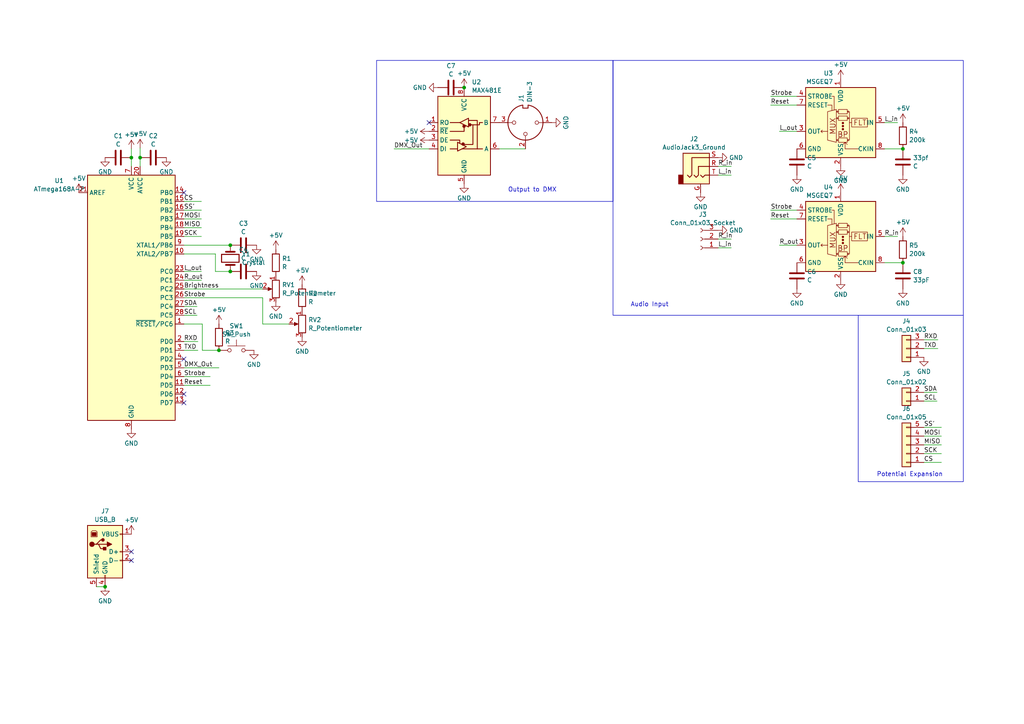
<source format=kicad_sch>
(kicad_sch (version 20230121) (generator eeschema)
  (paper "A4")
  (lib_symbols
    (symbol "Audio:MSGEQ7"
      (property "Reference" "U" (at -2.54 13.97 0))
      (property "Value" "MSGEQ7" (at -2.54 11.43 0))
      (symbol "MSGEQ7_0_0"
        (polyline (pts (xy -5.08 -7.62) (xy -1.27 -7.62) (xy -1.27 -5.715)))
        (polyline (pts (xy -1.905 -6.35) (xy -1.27 -5.715) (xy -0.635 -6.35)))
        (polyline (pts (xy 2.54 7.62) (xy 1.905 7.62) (xy 1.905 3.683)))
        (polyline (pts (xy 3.81 5.08) (xy 2.54 5.08) (xy 2.54 3.556)))
        (text "BP" (at -0.635 -3.429 0) (effects (font (size 1.524 1.524))))
        (text "FLT" (at -5.588 0 0) (effects (font (size 1.524 1.524))))
        (text "MUX" (at 2.286 -1.016 900) (effects (font (size 1.524 1.524))))
      )
      (symbol "MSGEQ7_0_1"
        (rectangle (start -3.175 -1.27) (end -7.747 1.27))
        (rectangle (start -1.905 -4.445) (end 0.635 -5.715))
        (rectangle (start -1.905 1.905) (end 0.635 0.635))
        (circle (center -0.635 -1.905) (radius 0.254) (fill (type outline)))
        (circle (center -0.635 -1.016) (radius 0.254) (fill (type outline)))
        (circle (center -0.635 -0.127) (radius 0.254) (fill (type outline)))
        (polyline (pts (xy -3.175 0) (xy -2.54 0)))
        (polyline (pts (xy -2.54 1.27) (xy -1.905 1.27)))
        (polyline (pts (xy 0.635 -5.08) (xy 1.27 -5.08)))
        (polyline (pts (xy 0.635 1.27) (xy 1.27 1.27)))
        (polyline (pts (xy 0.635 3.175) (xy 1.27 3.175)))
        (polyline (pts (xy 3.81 -2.54) (xy 5.715 -2.54)))
        (polyline (pts (xy 5.715 -2.54) (xy 5.334 -2.921)))
        (polyline (pts (xy 5.715 -2.54) (xy 5.334 -2.159)))
        (polyline (pts (xy -2.286 -4.826) (xy -2.032 -5.08) (xy -2.286 -5.334)))
        (polyline (pts (xy -2.286 1.524) (xy -2.032 1.27) (xy -2.286 1.016)))
        (polyline (pts (xy -2.286 3.429) (xy -2.032 3.175) (xy -2.286 2.921)))
        (polyline (pts (xy 0.889 -4.826) (xy 1.143 -5.08) (xy 0.889 -5.334)))
        (polyline (pts (xy 0.889 1.524) (xy 1.143 1.27) (xy 0.889 1.016)))
        (polyline (pts (xy 0.889 3.429) (xy 1.143 3.175) (xy 0.889 2.921)))
        (polyline (pts (xy -1.905 3.175) (xy -2.54 3.175) (xy -2.54 -5.08) (xy -1.905 -5.08)))
        (polyline (pts (xy 1.27 3.81) (xy 1.27 -5.715) (xy 3.81 -5.08) (xy 3.81 3.175) (xy 1.27 3.81)))
        (rectangle (start 0.635 2.54) (end -1.905 3.81))
        (rectangle (start 10.16 10.16) (end -10.16 -10.16) (stroke (width 0.254)) (fill (type background)))
      )
      (symbol "MSGEQ7_1_1"
        (pin power_in line (at 0 12.7 270) (length 2.54) (name "VDD") (number "1"))
        (pin power_in line (at 0 -12.7 90) (length 2.54) (name "VSS") (number "2"))
        (pin output line (at 12.7 -2.54 180) (length 2.54) (name "OUT") (number "3"))
        (pin input line (at 12.7 7.62 180) (length 2.54) (name "STROBE") (number "4"))
        (pin input line (at -12.7 0 0) (length 2.54) (name "IN") (number "5"))
        (pin power_out line (at 12.7 -7.62 180) (length 2.54) (name "GND") (number "6"))
        (pin input line (at 12.7 5.08 180) (length 2.54) (name "RESET") (number "7"))
        (pin input line (at -12.7 -7.62 0) (length 2.54) (name "CKIN") (number "8"))
      )
    )
    (symbol "Connector:Conn_01x03_Socket" (pin_names (offset 1.016) hide)
      (property "Reference" "J" (at 0 5.08 0))
      (property "Value" "Conn_01x03_Socket" (at 0 -5.08 0))
      (symbol "Conn_01x03_Socket_1_1"
        (arc (start 0 -2.032) (mid -0.5058 -2.54) (end 0 -3.048) (stroke (width 0.1524)))
        (polyline (pts (xy -1.27 -2.54) (xy -0.508 -2.54)) (stroke (width 0.1524)))
        (polyline (pts (xy -1.27 0) (xy -0.508 0)) (stroke (width 0.1524)))
        (polyline (pts (xy -1.27 2.54) (xy -0.508 2.54)) (stroke (width 0.1524)))
        (arc (start 0 0.508) (mid -0.5058 0) (end 0 -0.508) (stroke (width 0.1524)))
        (arc (start 0 3.048) (mid -0.5058 2.54) (end 0 2.032) (stroke (width 0.1524)))
        (pin passive line (at -5.08 2.54 0) (length 3.81) (name "Pin_1") (number "1"))
        (pin passive line (at -5.08 0 0) (length 3.81) (name "Pin_2") (number "2"))
        (pin passive line (at -5.08 -2.54 0) (length 3.81) (name "Pin_3") (number "3"))
      )
    )
    (symbol "Connector:DIN-3" (pin_names (offset 1.016))
      (property "Reference" "J" (at 3.302 6.35 0))
      (property "Value" "DIN-3" (at 0 -6.35 0))
      (symbol "DIN-3_0_1"
        (arc (start -5.08 0) (mid -3.8609 -3.3364) (end -0.762 -5.08) (stroke (width 0.254)))
        (circle (center -3.302 0) (radius 0.508))
        (polyline (pts (xy -3.81 0) (xy -5.08 0)))
        (polyline (pts (xy 0 3.81) (xy 0 5.08)))
        (polyline (pts (xy 5.08 0) (xy 3.81 0)))
        (polyline (pts (xy -0.762 -4.953) (xy -0.762 -4.191) (xy 0.762 -4.191) (xy 0.762 -4.953)) (stroke (width 0.254)))
        (circle (center 0 3.302) (radius 0.508))
        (arc (start 0.762 -5.08) (mid 3.8685 -3.343) (end 5.08 0) (stroke (width 0.254)))
        (circle (center 3.302 0) (radius 0.508))
        (arc (start 5.08 0) (mid 0 5.0579) (end -5.08 0) (stroke (width 0.254)))
      )
      (symbol "DIN-3_1_1"
        (pin passive line (at -7.62 0 0) (length 2.54) (name "~") (number "1"))
        (pin passive line (at 0 7.62 270) (length 2.54) (name "~") (number "2"))
        (pin passive line (at 7.62 0 180) (length 2.54) (name "~") (number "3"))
      )
    )
    (symbol "Connector:USB_B" (pin_names (offset 1.016))
      (property "Reference" "J" (at -5.08 11.43 0))
      (property "Value" "USB_B" (at -5.08 8.89 0))
      (symbol "USB_B_0_1"
        (rectangle (start -5.08 -7.62) (end 5.08 7.62) (stroke (width 0.254)) (fill (type background)))
        (circle (center -3.81 2.159) (radius 0.635) (stroke (width 0.254)) (fill (type outline)))
        (rectangle (start -3.81 5.588) (end -2.54 4.572) (fill (type outline)))
        (circle (center -0.635 3.429) (radius 0.381) (stroke (width 0.254)) (fill (type outline)))
        (rectangle (start -0.127 -7.62) (end 0.127 -6.858))
        (polyline (pts (xy -1.905 2.159) (xy 0.635 2.159)) (stroke (width 0.254)))
        (polyline (pts (xy -3.175 2.159) (xy -2.54 2.159) (xy -1.27 3.429) (xy -0.635 3.429)) (stroke (width 0.254)))
        (polyline (pts (xy -2.54 2.159) (xy -1.905 2.159) (xy -1.27 0.889) (xy 0 0.889)) (stroke (width 0.254)))
        (polyline (pts (xy 0.635 2.794) (xy 0.635 1.524) (xy 1.905 2.159) (xy 0.635 2.794)) (stroke (width 0.254)) (fill (type outline)))
        (polyline (pts (xy -4.064 4.318) (xy -2.286 4.318) (xy -2.286 5.715) (xy -2.667 6.096) (xy -3.683 6.096) (xy -4.064 5.715) (xy -4.064 4.318)))
        (rectangle (start 0.254 1.27) (end -0.508 0.508) (stroke (width 0.254)) (fill (type outline)))
        (rectangle (start 5.08 -2.667) (end 4.318 -2.413))
        (rectangle (start 5.08 -0.127) (end 4.318 0.127))
        (rectangle (start 5.08 4.953) (end 4.318 5.207))
      )
      (symbol "USB_B_1_1"
        (pin power_out line (at 7.62 5.08 180) (length 2.54) (name "VBUS") (number "1"))
        (pin bidirectional line (at 7.62 -2.54 180) (length 2.54) (name "D-") (number "2"))
        (pin bidirectional line (at 7.62 0 180) (length 2.54) (name "D+") (number "3"))
        (pin power_out line (at 0 -10.16 90) (length 2.54) (name "GND") (number "4"))
        (pin passive line (at -2.54 -10.16 90) (length 2.54) (name "Shield") (number "5"))
      )
    )
    (symbol "Connector_Audio:AudioJack3_Ground"
      (property "Reference" "J" (at 0 8.89 0))
      (property "Value" "AudioJack3_Ground" (at 0 6.35 0))
      (symbol "AudioJack3_Ground_0_1"
        (rectangle (start -5.08 -2.54) (end -6.35 -5.08) (stroke (width 0.254)) (fill (type outline)))
        (polyline (pts (xy 0 -2.54) (xy 0.635 -3.175) (xy 1.27 -2.54) (xy 2.54 -2.54)) (stroke (width 0.254)))
        (polyline (pts (xy -1.905 -2.54) (xy -1.27 -3.175) (xy -0.635 -2.54) (xy -0.635 0) (xy 2.54 0)) (stroke (width 0.254)))
        (polyline (pts (xy 2.54 2.54) (xy -2.54 2.54) (xy -2.54 -2.54) (xy -3.175 -3.175) (xy -3.81 -2.54)) (stroke (width 0.254)))
        (rectangle (start 2.54 3.81) (end -5.08 -5.08) (stroke (width 0.254)) (fill (type background)))
      )
      (symbol "AudioJack3_Ground_1_1"
        (pin passive line (at 0 -7.62 90) (length 2.54) (name "~") (number "G"))
        (pin passive line (at 5.08 0 180) (length 2.54) (name "~") (number "R"))
        (pin passive line (at 5.08 2.54 180) (length 2.54) (name "~") (number "S"))
        (pin passive line (at 5.08 -2.54 180) (length 2.54) (name "~") (number "T"))
      )
    )
    (symbol "Connector_Generic:Conn_01x02" (pin_names (offset 1.016) hide)
      (property "Reference" "J" (at 0 2.54 0))
      (property "Value" "Conn_01x02" (at 0 -5.08 0))
      (symbol "Conn_01x02_1_1"
        (rectangle (start -1.27 -2.413) (end 0 -2.667) (stroke (width 0.1524)))
        (rectangle (start -1.27 0.127) (end 0 -0.127) (stroke (width 0.1524)))
        (rectangle (start -1.27 1.27) (end 1.27 -3.81) (stroke (width 0.254)) (fill (type background)))
        (pin passive line (at -5.08 0 0) (length 3.81) (name "Pin_1") (number "1"))
        (pin passive line (at -5.08 -2.54 0) (length 3.81) (name "Pin_2") (number "2"))
      )
    )
    (symbol "Connector_Generic:Conn_01x03" (pin_names (offset 1.016) hide)
      (property "Reference" "J" (at 0 5.08 0))
      (property "Value" "Conn_01x03" (at 0 -5.08 0))
      (symbol "Conn_01x03_1_1"
        (rectangle (start -1.27 -2.413) (end 0 -2.667) (stroke (width 0.1524)))
        (rectangle (start -1.27 0.127) (end 0 -0.127) (stroke (width 0.1524)))
        (rectangle (start -1.27 2.667) (end 0 2.413) (stroke (width 0.1524)))
        (rectangle (start -1.27 3.81) (end 1.27 -3.81) (stroke (width 0.254)) (fill (type background)))
        (pin passive line (at -5.08 2.54 0) (length 3.81) (name "Pin_1") (number "1"))
        (pin passive line (at -5.08 0 0) (length 3.81) (name "Pin_2") (number "2"))
        (pin passive line (at -5.08 -2.54 0) (length 3.81) (name "Pin_3") (number "3"))
      )
    )
    (symbol "Connector_Generic:Conn_01x05" (pin_names (offset 1.016) hide)
      (property "Reference" "J" (at 0 7.62 0))
      (property "Value" "Conn_01x05" (at 0 -7.62 0))
      (symbol "Conn_01x05_1_1"
        (rectangle (start -1.27 -4.953) (end 0 -5.207) (stroke (width 0.1524)))
        (rectangle (start -1.27 -2.413) (end 0 -2.667) (stroke (width 0.1524)))
        (rectangle (start -1.27 0.127) (end 0 -0.127) (stroke (width 0.1524)))
        (rectangle (start -1.27 2.667) (end 0 2.413) (stroke (width 0.1524)))
        (rectangle (start -1.27 5.207) (end 0 4.953) (stroke (width 0.1524)))
        (rectangle (start -1.27 6.35) (end 1.27 -6.35) (stroke (width 0.254)) (fill (type background)))
        (pin passive line (at -5.08 5.08 0) (length 3.81) (name "Pin_1") (number "1"))
        (pin passive line (at -5.08 2.54 0) (length 3.81) (name "Pin_2") (number "2"))
        (pin passive line (at -5.08 0 0) (length 3.81) (name "Pin_3") (number "3"))
        (pin passive line (at -5.08 -2.54 0) (length 3.81) (name "Pin_4") (number "4"))
        (pin passive line (at -5.08 -5.08 0) (length 3.81) (name "Pin_5") (number "5"))
      )
    )
    (symbol "Device:C" (pin_numbers hide) (pin_names (offset 0.254))
      (property "Reference" "C" (at 0.635 2.54 0))
      (property "Value" "C" (at 0.635 -2.54 0))
      (symbol "C_0_1"
        (polyline (pts (xy -2.032 -0.762) (xy 2.032 -0.762)) (stroke (width 0.508)))
        (polyline (pts (xy -2.032 0.762) (xy 2.032 0.762)) (stroke (width 0.508)))
      )
      (symbol "C_1_1"
        (pin passive line (at 0 3.81 270) (length 2.794) (name "~") (number "1"))
        (pin passive line (at 0 -3.81 90) (length 2.794) (name "~") (number "2"))
      )
    )
    (symbol "Device:Crystal" (pin_numbers hide) (pin_names (offset 1.016) hide)
      (property "Reference" "Y" (at 0 3.81 0))
      (property "Value" "Crystal" (at 0 -3.81 0))
      (symbol "Crystal_0_1"
        (rectangle (start -1.143 2.54) (end 1.143 -2.54) (stroke (width 0.3048)))
        (polyline (pts (xy -2.54 0) (xy -1.905 0)))
        (polyline (pts (xy -1.905 -1.27) (xy -1.905 1.27)) (stroke (width 0.508)))
        (polyline (pts (xy 1.905 -1.27) (xy 1.905 1.27)) (stroke (width 0.508)))
        (polyline (pts (xy 2.54 0) (xy 1.905 0)))
      )
      (symbol "Crystal_1_1"
        (pin passive line (at -3.81 0 0) (length 1.27) (name "1") (number "1"))
        (pin passive line (at 3.81 0 180) (length 1.27) (name "2") (number "2"))
      )
    )
    (symbol "Device:R" (pin_numbers hide) (pin_names (offset 0))
      (property "Reference" "R" (at 2.032 0 90))
      (property "Value" "R" (at 0 0 90))
      (symbol "R_0_1"
        (rectangle (start -1.016 -2.54) (end 1.016 2.54) (stroke (width 0.254)))
      )
      (symbol "R_1_1"
        (pin passive line (at 0 3.81 270) (length 1.27) (name "~") (number "1"))
        (pin passive line (at 0 -3.81 90) (length 1.27) (name "~") (number "2"))
      )
    )
    (symbol "Device:R_Potentiometer" (pin_names (offset 1.016) hide)
      (property "Reference" "RV" (at -4.445 0 90))
      (property "Value" "R_Potentiometer" (at -2.54 0 90))
      (symbol "R_Potentiometer_0_1"
        (polyline (pts (xy 2.54 0) (xy 1.524 0)))
        (polyline (pts (xy 1.143 0) (xy 2.286 0.508) (xy 2.286 -0.508) (xy 1.143 0)) (fill (type outline)))
        (rectangle (start 1.016 2.54) (end -1.016 -2.54) (stroke (width 0.254)))
      )
      (symbol "R_Potentiometer_1_1"
        (pin passive line (at 0 3.81 270) (length 1.27) (name "1") (number "1"))
        (pin passive line (at 3.81 0 180) (length 1.27) (name "2") (number "2"))
        (pin passive line (at 0 -3.81 90) (length 1.27) (name "3") (number "3"))
      )
    )
    (symbol "Interface_UART:MAX481E"
      (property "Reference" "U" (at -6.096 11.43 0))
      (property "Value" "MAX481E" (at 0.762 11.43 0))
      (symbol "MAX481E_0_1"
        (rectangle (start -7.62 10.16) (end 7.62 -12.7) (stroke (width 0.254)) (fill (type background)))
        (circle (center -0.3048 -3.683) (radius 0.3556) (stroke (width 0.254)) (fill (type outline)))
        (circle (center -0.0254 1.4986) (radius 0.3556) (stroke (width 0.254)) (fill (type outline)))
        (polyline (pts (xy -4.064 -5.08) (xy -1.905 -5.08)) (stroke (width 0.254)))
        (polyline (pts (xy -4.064 2.54) (xy -1.27 2.54)) (stroke (width 0.254)))
        (polyline (pts (xy -1.27 -3.2004) (xy -1.27 -3.4544)) (stroke (width 0.254)))
        (polyline (pts (xy -0.635 -5.08) (xy 5.334 -5.08)) (stroke (width 0.254)))
        (polyline (pts (xy -4.064 -2.54) (xy -1.27 -2.54) (xy -1.27 -3.175)) (stroke (width 0.254)))
        (polyline (pts (xy 0 1.27) (xy 0 0) (xy -4.064 0)) (stroke (width 0.254)))
        (polyline (pts (xy 1.27 3.175) (xy 3.81 3.175) (xy 3.81 -5.08)) (stroke (width 0.254)))
        (polyline (pts (xy 2.54 1.905) (xy 2.54 -3.81) (xy 0 -3.81)) (stroke (width 0.254)))
        (polyline (pts (xy -1.905 -3.175) (xy -1.905 -5.715) (xy 0.635 -4.445) (xy -1.905 -3.175)) (stroke (width 0.254)))
        (polyline (pts (xy -1.27 2.54) (xy 1.27 3.81) (xy 1.27 1.27) (xy -1.27 2.54)) (stroke (width 0.254)))
        (polyline (pts (xy 1.905 1.905) (xy 4.445 1.905) (xy 4.445 2.54) (xy 5.334 2.54)) (stroke (width 0.254)))
        (rectangle (start 1.27 3.175) (end 1.27 3.175))
        (circle (center 1.651 1.905) (radius 0.3556) (stroke (width 0.254)) (fill (type outline)))
      )
      (symbol "MAX481E_1_1"
        (pin output line (at -10.16 2.54 0) (length 2.54) (name "RO") (number "1"))
        (pin input line (at -10.16 0 0) (length 2.54) (name "~{RE}") (number "2"))
        (pin input line (at -10.16 -2.54 0) (length 2.54) (name "DE") (number "3"))
        (pin input line (at -10.16 -5.08 0) (length 2.54) (name "DI") (number "4"))
        (pin power_in line (at 0 -15.24 90) (length 2.54) (name "GND") (number "5"))
        (pin bidirectional line (at 10.16 -5.08 180) (length 2.54) (name "A") (number "6"))
        (pin bidirectional line (at 10.16 2.54 180) (length 2.54) (name "B") (number "7"))
        (pin power_in line (at 0 12.7 270) (length 2.54) (name "VCC") (number "8"))
      )
    )
    (symbol "MCU_Microchip_ATmega:ATmega168A-P"
      (property "Reference" "U" (at -12.7 36.83 0))
      (property "Value" "ATmega168A-P" (at 2.54 -36.83 0))
      (symbol "ATmega168A-P_0_1"
        (rectangle (start -12.7 -35.56) (end 12.7 35.56) (stroke (width 0.254)) (fill (type background)))
      )
      (symbol "ATmega168A-P_1_1"
        (pin bidirectional line (at 15.24 -7.62 180) (length 2.54) (name "~{RESET}/PC6") (number "1"))
        (pin bidirectional line (at 15.24 12.7 180) (length 2.54) (name "XTAL2/PB7") (number "10"))
        (pin bidirectional line (at 15.24 -25.4 180) (length 2.54) (name "PD5") (number "11"))
        (pin bidirectional line (at 15.24 -27.94 180) (length 2.54) (name "PD6") (number "12"))
        (pin bidirectional line (at 15.24 -30.48 180) (length 2.54) (name "PD7") (number "13"))
        (pin bidirectional line (at 15.24 30.48 180) (length 2.54) (name "PB0") (number "14"))
        (pin bidirectional line (at 15.24 27.94 180) (length 2.54) (name "PB1") (number "15"))
        (pin bidirectional line (at 15.24 25.4 180) (length 2.54) (name "PB2") (number "16"))
        (pin bidirectional line (at 15.24 22.86 180) (length 2.54) (name "PB3") (number "17"))
        (pin bidirectional line (at 15.24 20.32 180) (length 2.54) (name "PB4") (number "18"))
        (pin bidirectional line (at 15.24 17.78 180) (length 2.54) (name "PB5") (number "19"))
        (pin bidirectional line (at 15.24 -12.7 180) (length 2.54) (name "PD0") (number "2"))
        (pin power_in line (at 2.54 38.1 270) (length 2.54) (name "AVCC") (number "20"))
        (pin passive line (at -15.24 30.48 0) (length 2.54) (name "AREF") (number "21"))
        (pin passive line (at 0 -38.1 90) (length 2.54) hide (name "GND") (number "22"))
        (pin bidirectional line (at 15.24 7.62 180) (length 2.54) (name "PC0") (number "23"))
        (pin bidirectional line (at 15.24 5.08 180) (length 2.54) (name "PC1") (number "24"))
        (pin bidirectional line (at 15.24 2.54 180) (length 2.54) (name "PC2") (number "25"))
        (pin bidirectional line (at 15.24 0 180) (length 2.54) (name "PC3") (number "26"))
        (pin bidirectional line (at 15.24 -2.54 180) (length 2.54) (name "PC4") (number "27"))
        (pin bidirectional line (at 15.24 -5.08 180) (length 2.54) (name "PC5") (number "28"))
        (pin bidirectional line (at 15.24 -15.24 180) (length 2.54) (name "PD1") (number "3"))
        (pin bidirectional line (at 15.24 -17.78 180) (length 2.54) (name "PD2") (number "4"))
        (pin bidirectional line (at 15.24 -20.32 180) (length 2.54) (name "PD3") (number "5"))
        (pin bidirectional line (at 15.24 -22.86 180) (length 2.54) (name "PD4") (number "6"))
        (pin power_in line (at 0 38.1 270) (length 2.54) (name "VCC") (number "7"))
        (pin power_in line (at 0 -38.1 90) (length 2.54) (name "GND") (number "8"))
        (pin bidirectional line (at 15.24 15.24 180) (length 2.54) (name "XTAL1/PB6") (number "9"))
      )
    )
    (symbol "Switch:SW_Push" (pin_numbers hide) (pin_names (offset 1.016) hide)
      (property "Reference" "SW" (at 1.27 2.54 0))
      (property "Value" "SW_Push" (at 0 -1.524 0))
      (symbol "SW_Push_0_1"
        (circle (center -2.032 0) (radius 0.508))
        (polyline (pts (xy 0 1.27) (xy 0 3.048)))
        (polyline (pts (xy 2.54 1.27) (xy -2.54 1.27)))
        (circle (center 2.032 0) (radius 0.508))
        (pin passive line (at -5.08 0 0) (length 2.54) (name "1") (number "1"))
        (pin passive line (at 5.08 0 180) (length 2.54) (name "2") (number "2"))
      )
    )
    (symbol "power:+5V" (power) (pin_names (offset 0))
      (property "Value" "+5V" (at 0 3.556 0))
      (symbol "+5V_0_1"
        (polyline (pts (xy -0.762 1.27) (xy 0 2.54)))
        (polyline (pts (xy 0 0) (xy 0 2.54)))
        (polyline (pts (xy 0 2.54) (xy 0.762 1.27)))
      )
      (symbol "+5V_1_1"
        (pin power_in line (at 0 0 90) (length 0) hide (name "+5V") (number "1"))
      )
    )
    (symbol "power:GND" (power) (pin_names (offset 0))
      (property "Value" "GND" (at 0 -3.81 0))
      (symbol "GND_0_1"
        (polyline (pts (xy 0 0) (xy 0 -1.27) (xy 1.27 -1.27) (xy 0 -2.54) (xy -1.27 -1.27) (xy 0 -1.27)))
      )
      (symbol "GND_1_1"
        (pin power_in line (at 0 0 270) (length 0) hide (name "GND") (number "1"))
      )
    )
  )
  (junction (at 40.64 45.72))
  (junction (at 63.5 101.6))
  (junction (at 261.874 43.18))
  (junction (at 66.802 78.74))
  (junction (at 261.874 76.2))
  (junction (at 66.802 71.12))
  (junction (at 134.62 25.4))
  (junction (at 38.1 45.72))
  (junction (at 30.48 170.18))
  (no_connect (at 53.34 104.14))
  (no_connect (at 53.34 114.3))
  (no_connect (at 38.1 160.02))
  (no_connect (at 53.34 116.84))
  (no_connect (at 124.46 35.56))
  (no_connect (at 53.34 55.88))
  (no_connect (at 38.1 162.56))
  (wire (pts (xy 267.97 134.112) (xy 273.05 134.112)))
  (wire (pts (xy 267.97 98.552) (xy 272.034 98.552)))
  (wire (pts (xy 53.34 101.6) (xy 57.404 101.6)))
  (wire (pts (xy 53.34 78.74) (xy 58.42 78.74)))
  (wire (pts (xy 53.34 106.68) (xy 63.5 106.68)))
  (wire (pts (xy 208.28 71.882) (xy 212.09 71.882)))
  (wire (pts (xy 223.52 30.48) (xy 231.14 30.48)))
  (wire (pts (xy 53.34 73.66) (xy 62.484 73.66)))
  (wire (pts (xy 58.674 101.6) (xy 63.5 101.6)))
  (wire (pts (xy 58.674 93.98) (xy 58.674 101.6)))
  (wire (pts (xy 223.52 27.94) (xy 231.14 27.94)))
  (wire (pts (xy 53.34 66.04) (xy 58.42 66.04)))
  (wire (pts (xy 267.97 129.032) (xy 273.05 129.032)))
  (wire (pts (xy 53.34 63.5) (xy 58.42 63.5)))
  (wire (pts (xy 256.54 76.2) (xy 261.874 76.2)))
  (wire (pts (xy 38.1 43.18) (xy 38.1 45.72)))
  (wire (pts (xy 53.34 86.36) (xy 76.2 86.36)))
  (wire (pts (xy 226.06 71.12) (xy 231.14 71.12)))
  (wire (pts (xy 208.28 69.342) (xy 212.09 69.342)))
  (wire (pts (xy 53.34 68.58) (xy 58.42 68.58)))
  (wire (pts (xy 53.34 71.12) (xy 66.802 71.12)))
  (wire (pts (xy 53.34 60.96) (xy 58.42 60.96)))
  (wire (pts (xy 144.78 43.18) (xy 152.4 43.18)))
  (wire (pts (xy 53.34 81.28) (xy 58.42 81.28)))
  (wire (pts (xy 38.1 45.72) (xy 38.1 48.26)))
  (wire (pts (xy 223.52 60.96) (xy 231.14 60.96)))
  (wire (pts (xy 267.97 123.952) (xy 273.05 123.952)))
  (wire (pts (xy 267.97 131.572) (xy 273.05 131.572)))
  (wire (pts (xy 226.06 38.1) (xy 231.14 38.1)))
  (wire (pts (xy 267.97 113.792) (xy 271.78 113.792)))
  (wire (pts (xy 62.484 73.66) (xy 62.484 78.74)))
  (wire (pts (xy 53.34 99.06) (xy 57.404 99.06)))
  (wire (pts (xy 53.34 93.98) (xy 58.674 93.98)))
  (wire (pts (xy 208.28 50.8) (xy 212.09 50.8)))
  (wire (pts (xy 256.54 43.18) (xy 261.874 43.18)))
  (wire (pts (xy 267.97 126.492) (xy 273.05 126.492)))
  (wire (pts (xy 53.34 111.76) (xy 60.96 111.76)))
  (wire (pts (xy 76.2 93.98) (xy 83.82 93.98)))
  (wire (pts (xy 53.34 88.9) (xy 57.15 88.9)))
  (wire (pts (xy 40.64 42.926) (xy 40.64 45.72)))
  (wire (pts (xy 53.34 83.82) (xy 76.2 83.82)))
  (wire (pts (xy 27.94 170.18) (xy 30.48 170.18)))
  (wire (pts (xy 267.97 116.332) (xy 271.78 116.332)))
  (wire (pts (xy 208.28 48.26) (xy 212.09 48.26)))
  (wire (pts (xy 267.97 101.092) (xy 272.034 101.092)))
  (wire (pts (xy 40.64 45.72) (xy 40.64 48.26)))
  (wire (pts (xy 76.2 86.36) (xy 76.2 93.98)))
  (wire (pts (xy 53.34 109.22) (xy 60.96 109.22)))
  (wire (pts (xy 114.3 43.18) (xy 124.46 43.18)))
  (wire (pts (xy 53.34 91.44) (xy 57.15 91.44)))
  (wire (pts (xy 256.54 68.58) (xy 260.35 68.58)))
  (wire (pts (xy 223.52 63.5) (xy 231.14 63.5)))
  (wire (pts (xy 53.34 58.42) (xy 58.42 58.42)))
  (wire (pts (xy 256.54 35.56) (xy 260.35 35.56)))
  (wire (pts (xy 62.484 78.74) (xy 66.802 78.74)))
  (rectangle (start 109.22 17.526) (end 177.8 58.42))
  (rectangle (start 248.92 91.44) (end 279.4 139.7))
  (rectangle (start 177.8 17.526) (end 279.4 91.44))
  (text "Output to DMX" (at 147.32 55.88 0) (effects (font (size 1.27 1.27)) (justify left bottom)))
  (text "Potential Expansion" (at 254.254 138.43 0) (effects (font (size 1.27 1.27)) (justify left bottom)))
  (text "Audio Input" (at 182.88 89.154 0) (effects (font (size 1.27 1.27)) (justify left bottom)))
  (label "Strobe" (at 53.34 86.36 0))
  (label "SDA" (at 53.34 88.9 0))
  (label "CS" (at 267.97 134.112 0))
  (label "MISO" (at 53.34 66.04 0))
  (label "R_out" (at 53.34 81.28 0))
  (label "SCK" (at 53.34 68.58 0))
  (label "R_out" (at 226.06 71.12 0))
  (label "SS'" (at 267.97 123.952 0))
  (label "L_in" (at 256.54 35.56 0))
  (label "Strobe" (at 53.34 109.22 0))
  (label "R_in" (at 208.28 69.342 0))
  (label "Reset" (at 223.52 30.48 0))
  (label "RXD" (at 267.97 98.552 0))
  (label "TXD" (at 267.97 101.092 0))
  (label "L_in" (at 208.28 50.8 0))
  (label "CS" (at 53.34 58.42 0))
  (label "L_out" (at 53.34 78.74 0))
  (label "L_out" (at 226.06 38.1 0))
  (label "SCL" (at 267.97 116.332 0))
  (label "MOSI" (at 267.97 126.492 0))
  (label "Strobe" (at 223.52 60.96 0))
  (label "SCK" (at 267.97 131.572 0))
  (label "Brightness" (at 53.34 83.82 0))
  (label "TXD" (at 53.34 101.6 0))
  (label "SCL" (at 53.34 91.44 0))
  (label "R_in" (at 208.28 48.26 0))
  (label "R_in" (at 256.54 68.58 0))
  (label "DMX_Out" (at 114.3 43.18 0))
  (label "Strobe" (at 223.52 27.94 0))
  (label "RXD" (at 53.34 99.06 0))
  (label "MISO" (at 267.97 129.032 0))
  (label "SDA" (at 267.97 113.792 0))
  (label "DMX_Out" (at 53.34 106.68 0))
  (label "Reset" (at 223.52 63.5 0))
  (label "SS'" (at 53.34 60.96 0))
  (label "L_in" (at 208.28 71.882 0))
  (label "MOSI" (at 53.34 63.5 0))
  (label "Reset" (at 53.34 111.76 0))
  (symbol (lib_id "power:GND") (at 243.84 81.28 0) (mirror y) (unit 1)
    (property "Reference" "#PWR04" (effects hide))
    (property "Value" "GND" (at 243.84 85.4131 0))
  )
  (symbol (lib_id "power:+5V") (at 261.874 35.56 0) (mirror y) (unit 1)
    (property "Reference" "#PWR026" (effects hide))
    (property "Value" "+5V" (at 261.874 31.4269 0))
  )
  (symbol (lib_id "power:+5V") (at 22.86 55.88 0) (unit 1)
    (property "Reference" "#PWR018" (effects hide))
    (property "Value" "+5V" (at 22.86 51.7469 0))
  )
  (symbol (lib_id "power:GND") (at 38.1 124.46 0) (unit 1)
    (property "Reference" "#PWR05" (effects hide))
    (property "Value" "GND" (at 38.1 128.5931 0))
  )
  (symbol (lib_id "power:GND") (at 30.48 45.72 0) (unit 1)
    (property "Reference" "#PWR09" (effects hide))
    (property "Value" "GND" (at 30.48 49.8531 0))
  )
  (symbol (lib_id "Device:C") (at 231.14 46.99 0) (unit 1)
    (property "Reference" "C5" (at 234.061 45.7779 0) (effects (justify left)))
    (property "Value" "C" (at 234.061 48.2021 0) (effects (justify left)))
  )
  (symbol (lib_id "power:GND") (at 231.14 83.82 0) (mirror y) (unit 1)
    (property "Reference" "#PWR023" (effects hide))
    (property "Value" "GND" (at 231.14 87.9531 0))
  )
  (symbol (lib_id "Connector:DIN-3") (at 152.4 35.56 180) (unit 1)
    (property "Reference" "J1" (at 151.1878 29.7181 90) (effects (justify right)))
    (property "Value" "DIN-3" (at 153.612 29.7181 90) (effects (justify right)))
    (property "Datasheet" "http://www.mouser.com/ds/2/18/40_c091_abd_e-75918.pdf" (effects hide))
  )
  (symbol (lib_id "Device:C") (at 34.29 45.72 90) (unit 1)
    (property "Reference" "C1" (at 34.29 39.4167 90))
    (property "Value" "C" (at 34.29 41.8409 90))
  )
  (symbol (lib_id "MCU_Microchip_ATmega:ATmega168A-P") (at 38.1 86.36 0) (unit 1)
    (property "Reference" "U1" (at 17.179 52.4058 0))
    (property "Value" "ATmega168A-P" (at 17.179 54.83 0))
    (property "Footprint" "Package_DIP:DIP-28_W7.62mm" (effects hide))
    (property "Datasheet" "http://ww1.microchip.com/downloads/en/DeviceDoc/ATmega48A_88A_168A-Data-Sheet-40002007A.pdf" (effects hide))
  )
  (symbol (lib_id "power:GND") (at 74.422 78.74 0) (unit 1)
    (property "Reference" "#PWR020" (effects hide))
    (property "Value" "GND" (at 74.422 82.8731 0))
  )
  (symbol (lib_id "power:GND") (at 134.62 53.34 0) (mirror y) (unit 1)
    (property "Reference" "#PWR025" (effects hide))
    (property "Value" "GND" (at 134.62 57.4731 0))
  )
  (symbol (lib_id "Device:C") (at 44.45 45.72 90) (unit 1)
    (property "Reference" "C2" (at 44.45 39.4167 90))
    (property "Value" "C" (at 44.45 41.8409 90))
  )
  (symbol (lib_id "power:+5V") (at 124.46 40.64 90) (unit 1)
    (property "Reference" "#PWR032" (effects hide))
    (property "Value" "+5V" (at 121.2851 40.64 90) (effects (justify left)))
  )
  (symbol (lib_id "power:+5V") (at 63.5 93.98 0) (unit 1)
    (property "Reference" "#PWR022" (effects hide))
    (property "Value" "+5V" (at 63.5 89.8469 0))
  )
  (symbol (lib_id "Connector_Generic:Conn_01x05") (at 262.89 129.032 180) (unit 1)
    (property "Reference" "J6" (at 262.89 118.5377 0))
    (property "Value" "Conn_01x05" (at 262.89 120.9619 0))
  )
  (symbol (lib_id "power:GND") (at 127 25.4 270) (mirror x) (unit 1)
    (property "Reference" "#PWR033" (effects hide))
    (property "Value" "GND" (at 123.8251 25.4 90) (effects (justify right)))
  )
  (symbol (lib_id "power:+5V") (at 134.62 25.4 0) (mirror y) (unit 1)
    (property "Reference" "#PWR06" (effects hide))
    (property "Value" "+5V" (at 134.62 21.2669 0))
  )
  (symbol (lib_id "power:GND") (at 208.28 45.72 90) (unit 1)
    (property "Reference" "#PWR012" (effects hide))
    (property "Value" "GND" (at 211.455 45.72 90) (effects (justify right)))
  )
  (symbol (lib_id "Interface_UART:MAX481E") (at 134.62 38.1 0) (unit 1)
    (property "Reference" "U2" (at 136.8141 23.7957 0) (effects (justify left)))
    (property "Value" "MAX481E" (at 136.8141 26.2199 0) (effects (justify left)))
    (property "Datasheet" "https://datasheets.maximintegrated.com/en/ds/MAX1487E-MAX491E.pdf" (effects hide))
  )
  (symbol (lib_id "power:GND") (at 48.26 45.72 0) (unit 1)
    (property "Reference" "#PWR010" (effects hide))
    (property "Value" "GND" (at 48.26 49.8531 0))
  )
  (symbol (lib_id "Device:C") (at 231.14 80.01 0) (unit 1)
    (property "Reference" "C6" (at 234.061 78.7979 0) (effects (justify left)))
    (property "Value" "C" (at 234.061 81.2221 0) (effects (justify left)))
  )
  (symbol (lib_id "Connector:Conn_01x03_Socket") (at 203.2 69.342 180) (unit 1)
    (property "Reference" "J3" (at 203.835 62.2005 0))
    (property "Value" "Conn_01x03_Socket" (at 203.835 64.6247 0))
  )
  (symbol (lib_id "power:GND") (at 160.02 35.56 90) (mirror x) (unit 1)
    (property "Reference" "#PWR034" (effects hide))
    (property "Value" "GND" (at 164.1531 35.56 0))
  )
  (symbol (lib_id "Device:R") (at 261.874 72.39 0) (unit 1)
    (property "Reference" "R5" (at 263.652 71.1779 0) (effects (justify left)))
    (property "Value" "200k" (at 263.652 73.6021 0) (effects (justify left)))
  )
  (symbol (lib_id "Device:R") (at 261.874 39.37 0) (unit 1)
    (property "Reference" "R4" (at 263.652 38.1579 0) (effects (justify left)))
    (property "Value" "200k" (at 263.652 40.5821 0) (effects (justify left)))
  )
  (symbol (lib_id "Connector_Generic:Conn_01x03") (at 262.89 101.092 180) (unit 1)
    (property "Reference" "J4" (at 262.89 93.1377 0))
    (property "Value" "Conn_01x03" (at 262.89 95.5619 0))
  )
  (symbol (lib_id "Audio:MSGEQ7") (at 243.84 35.56 0) (mirror y) (unit 1)
    (property "Reference" "U3" (at 241.6459 21.2557 0) (effects (justify left)))
    (property "Value" "MSGEQ7" (at 241.6459 23.6799 0) (effects (justify left)))
    (property "Datasheet" "http://mix-sig.com/images/datasheets/MSGEQ7.pdf" (effects hide))
  )
  (symbol (lib_id "Device:R") (at 63.5 97.79 0) (unit 1)
    (property "Reference" "R3" (at 65.278 96.5779 0) (effects (justify left)))
    (property "Value" "R" (at 65.278 99.0021 0) (effects (justify left)))
  )
  (symbol (lib_id "Device:R") (at 80.01 76.2 0) (unit 1)
    (property "Reference" "R1" (at 81.788 74.9879 0) (effects (justify left)))
    (property "Value" "R" (at 81.788 77.4121 0) (effects (justify left)))
  )
  (symbol (lib_id "Device:C") (at 70.612 78.74 90) (unit 1)
    (property "Reference" "C4" (at 70.612 72.4367 90))
    (property "Value" "C" (at 70.612 74.8609 90))
  )
  (symbol (lib_id "power:+5V") (at 38.1 154.94 0) (unit 1)
    (property "Reference" "#PWR037" (effects hide))
    (property "Value" "+5V" (at 38.1 150.8069 0))
  )
  (symbol (lib_id "Switch:SW_Push") (at 68.58 101.6 0) (unit 1)
    (property "Reference" "SW1" (at 68.58 94.5347 0))
    (property "Value" "SW_Push" (at 68.58 96.9589 0))
  )
  (symbol (lib_id "power:+5V") (at 261.874 68.58 0) (mirror y) (unit 1)
    (property "Reference" "#PWR027" (effects hide))
    (property "Value" "+5V" (at 261.874 64.4469 0))
  )
  (symbol (lib_id "power:+5V") (at 40.64 42.926 0) (unit 1)
    (property "Reference" "#PWR08" (effects hide))
    (property "Value" "+5V" (at 40.64 38.7929 0))
  )
  (symbol (lib_id "power:+5V") (at 243.84 22.86 0) (mirror y) (unit 1)
    (property "Reference" "#PWR01" (effects hide))
    (property "Value" "+5V" (at 243.84 18.7269 0))
  )
  (symbol (lib_id "Device:C") (at 130.81 25.4 270) (mirror x) (unit 1)
    (property "Reference" "C7" (at 130.81 19.0967 90))
    (property "Value" "C" (at 130.81 21.5209 90))
  )
  (symbol (lib_id "power:GND") (at 74.422 71.12 0) (unit 1)
    (property "Reference" "#PWR019" (effects hide))
    (property "Value" "GND" (at 74.422 75.2531 0))
  )
  (symbol (lib_id "power:+5V") (at 38.1 43.18 0) (unit 1)
    (property "Reference" "#PWR07" (effects hide))
    (property "Value" "+5V" (at 38.1 39.0469 0))
  )
  (symbol (lib_id "power:+5V") (at 80.01 72.39 0) (unit 1)
    (property "Reference" "#PWR017" (effects hide))
    (property "Value" "+5V" (at 80.01 68.2569 0))
  )
  (symbol (lib_id "power:GND") (at 267.97 103.632 0) (unit 1)
    (property "Reference" "#PWR030" (effects hide))
    (property "Value" "GND" (at 267.97 107.7651 0))
  )
  (symbol (lib_id "power:GND") (at 231.14 50.8 0) (mirror y) (unit 1)
    (property "Reference" "#PWR024" (effects hide))
    (property "Value" "GND" (at 231.14 54.9331 0))
  )
  (symbol (lib_id "power:GND") (at 243.84 48.26 0) (mirror y) (unit 1)
    (property "Reference" "#PWR03" (effects hide))
    (property "Value" "GND" (at 243.84 52.3931 0))
  )
  (symbol (lib_id "power:GND") (at 80.01 87.63 0) (unit 1)
    (property "Reference" "#PWR014" (effects hide))
    (property "Value" "GND" (at 80.01 91.7631 0))
  )
  (symbol (lib_id "power:+5V") (at 243.84 55.88 0) (mirror y) (unit 1)
    (property "Reference" "#PWR02" (effects hide))
    (property "Value" "+5V" (at 243.84 51.7469 0))
  )
  (symbol (lib_id "power:GND") (at 203.2 55.88 0) (unit 1)
    (property "Reference" "#PWR011" (effects hide))
    (property "Value" "GND" (at 203.2 60.0131 0))
  )
  (symbol (lib_id "Connector:USB_B") (at 30.48 160.02 0) (unit 1)
    (property "Reference" "J7" (at 30.48 148.2557 0))
    (property "Value" "USB_B" (at 30.48 150.6799 0))
    (property "Datasheet" " ~" (effects hide))
  )
  (symbol (lib_id "Audio:MSGEQ7") (at 243.84 68.58 0) (mirror y) (unit 1)
    (property "Reference" "U4" (at 241.6459 54.2757 0) (effects (justify left)))
    (property "Value" "MSGEQ7" (at 241.6459 56.6999 0) (effects (justify left)))
    (property "Datasheet" "http://mix-sig.com/images/datasheets/MSGEQ7.pdf" (effects hide))
  )
  (symbol (lib_id "Device:C") (at 261.874 80.01 0) (unit 1)
    (property "Reference" "C8" (at 264.795 78.7979 0) (effects (justify left)))
    (property "Value" "33pF" (at 264.795 81.2221 0) (effects (justify left)))
  )
  (symbol (lib_id "power:GND") (at 261.874 50.8 0) (unit 1)
    (property "Reference" "#PWR029" (effects hide))
    (property "Value" "GND" (at 261.874 54.9331 0))
  )
  (symbol (lib_id "power:GND") (at 261.874 83.82 0) (unit 1)
    (property "Reference" "#PWR028" (effects hide))
    (property "Value" "GND" (at 261.874 87.9531 0))
  )
  (symbol (lib_id "Device:R_Potentiometer") (at 80.01 83.82 0) (mirror y) (unit 1)
    (property "Reference" "RV1" (at 81.788 82.6079 0) (effects (justify right)))
    (property "Value" "R_Potentiometer" (at 81.788 85.0321 0) (effects (justify right)))
  )
  (symbol (lib_id "power:GND") (at 208.28 66.802 90) (unit 1)
    (property "Reference" "#PWR013" (effects hide))
    (property "Value" "GND" (at 211.455 66.802 90) (effects (justify right)))
  )
  (symbol (lib_id "Device:C") (at 261.874 46.99 0) (unit 1)
    (property "Reference" "33pf" (at 264.795 45.7779 0) (effects (justify left)))
    (property "Value" "C" (at 264.795 48.2021 0) (effects (justify left)))
  )
  (symbol (lib_id "Connector_Audio:AudioJack3_Ground") (at 203.2 48.26 0) (unit 1)
    (property "Reference" "J2" (at 201.295 40.3057 0))
    (property "Value" "AudioJack3_Ground" (at 201.295 42.7299 0))
  )
  (symbol (lib_id "power:GND") (at 30.48 170.18 0) (unit 1)
    (property "Reference" "#PWR035" (effects hide))
    (property "Value" "GND" (at 30.48 174.3131 0))
  )
  (symbol (lib_id "Device:R_Potentiometer") (at 87.63 93.98 0) (mirror y) (unit 1)
    (property "Reference" "RV2" (at 89.408 92.7679 0) (effects (justify right)))
    (property "Value" "R_Potentiometer" (at 89.408 95.1921 0) (effects (justify right)))
  )
  (symbol (lib_id "power:GND") (at 73.66 101.6 0) (unit 1)
    (property "Reference" "#PWR021" (effects hide))
    (property "Value" "GND" (at 73.66 105.7331 0))
  )
  (symbol (lib_id "Device:Crystal") (at 66.802 74.93 90) (unit 1)
    (property "Reference" "Y1" (at 70.1294 73.7179 90) (effects (justify right)))
    (property "Value" "Crystal" (at 70.1294 76.1421 90) (effects (justify right)))
  )
  (symbol (lib_id "power:+5V") (at 124.46 38.1 90) (mirror x) (unit 1)
    (property "Reference" "#PWR031" (effects hide))
    (property "Value" "+5V" (at 121.2851 38.1 90) (effects (justify left)))
  )
  (symbol (lib_id "power:GND") (at 87.63 97.79 0) (unit 1)
    (property "Reference" "#PWR015" (effects hide))
    (property "Value" "GND" (at 87.63 101.9231 0))
  )
  (symbol (lib_id "Connector_Generic:Conn_01x02") (at 262.89 116.332 180) (unit 1)
    (property "Reference" "J5" (at 262.89 108.3777 0))
    (property "Value" "Conn_01x02" (at 262.89 110.8019 0))
  )
  (symbol (lib_id "Device:R") (at 87.63 86.36 0) (unit 1)
    (property "Reference" "R2" (at 89.408 85.1479 0) (effects (justify left)))
    (property "Value" "R" (at 89.408 87.5721 0) (effects (justify left)))
  )
  (symbol (lib_id "power:+5V") (at 87.63 82.55 0) (unit 1)
    (property "Reference" "#PWR016" (effects hide))
    (property "Value" "+5V" (at 87.63 78.4169 0))
  )
  (symbol (lib_id "Device:C") (at 70.612 71.12 90) (unit 1)
    (property "Reference" "C3" (at 70.612 64.8167 90))
    (property "Value" "C" (at 70.612 67.2409 90))
  )
)
</source>
